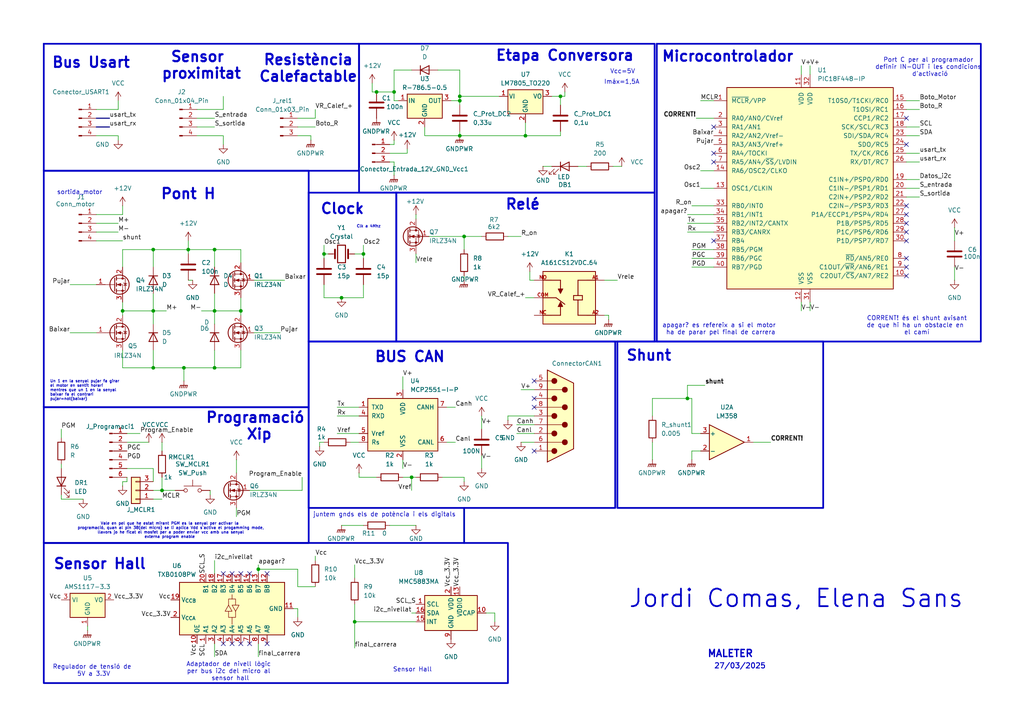
<source format=kicad_sch>
(kicad_sch (version 20250114) (generator "eeschema") (generator_version "9.0")
  (paper "A4")
  (title_block (title "Projecte_v1") (company "UB"))
  (lib_symbols
    (symbol "Amplifier_Operational:LM358" (pin_names (offset 0.127))
      (property "Reference" "U" (at 0 5.08 0))
      (property "Value" "LM358" (at 0 -5.08 0))
      (symbol "LM358_1_1"
        (pin input line (at -7.62 2.54 0) (length 2.54) (name "+") (number "3"))
        (pin input line (at -7.62 -2.54 0) (length 2.54) (name "-") (number "2"))
        (pin output line (at 7.62 0 180) (length 2.54) (name "~") (number "1"))
      )
      (symbol "LM358_2_1"
        (pin input line (at -7.62 2.54 0) (length 2.54) (name "+") (number "5"))
        (pin input line (at -7.62 -2.54 0) (length 2.54) (name "-") (number "6"))
        (pin output line (at 7.62 0 180) (length 2.54) (name "~") (number "7"))
      )
      (symbol "LM358_3_1"
        (pin power_in line (at -2.54 7.62 270) (length 3.81) (name "V+") (number "8"))
        (pin power_in line (at -2.54 -7.62 90) (length 3.81) (name "V-") (number "4"))
      )
    )
    (symbol "Connector:Conn_01x03_Pin" (pin_names (offset 1.016) (hide yes))
      (property "Reference" "J" (at 0 5.08 0))
      (property "Value" "Conn_01x03_Pin" (at 0 -5.08 0))
      (symbol "Conn_01x03_Pin_1_1"
        (pin passive line (at 5.08 2.54 180) (length 3.81) (name "Pin_1") (number "1"))
        (pin passive line (at 5.08 0 180) (length 3.81) (name "Pin_2") (number "2"))
        (pin passive line (at 5.08 -2.54 180) (length 3.81) (name "Pin_3") (number "3"))
      )
    )
    (symbol "Connector:Conn_01x04_Pin" (pin_names (offset 1.016) (hide yes))
      (property "Reference" "J" (at 0 5.08 0))
      (property "Value" "Conn_01x04_Pin" (at 0 -7.62 0))
      (symbol "Conn_01x04_Pin_1_1"
        (pin passive line (at 5.08 2.54 180) (length 3.81) (name "Pin_1") (number "1"))
        (pin passive line (at 5.08 0 180) (length 3.81) (name "Pin_2") (number "2"))
        (pin passive line (at 5.08 -2.54 180) (length 3.81) (name "Pin_3") (number "3"))
        (pin passive line (at 5.08 -5.08 180) (length 3.81) (name "Pin_4") (number "4"))
      )
    )
    (symbol "Connector:Conn_01x06_Pin" (pin_names (offset 1.016) (hide yes))
      (property "Reference" "J" (at 0 7.62 0))
      (property "Value" "Conn_01x06_Pin" (at 0 -10.16 0))
      (symbol "Conn_01x06_Pin_1_1"
        (pin passive line (at 5.08 5.08 180) (length 3.81) (name "Pin_1") (number "1"))
        (pin passive line (at 5.08 2.54 180) (length 3.81) (name "Pin_2") (number "2"))
        (pin passive line (at 5.08 0 180) (length 3.81) (name "Pin_3") (number "3"))
        (pin passive line (at 5.08 -2.54 180) (length 3.81) (name "Pin_4") (number "4"))
        (pin passive line (at 5.08 -5.08 180) (length 3.81) (name "Pin_5") (number "5"))
        (pin passive line (at 5.08 -7.62 180) (length 3.81) (name "Pin_6") (number "6"))
      )
    )
    (symbol "Connector:DE9_Pins" (pin_names (offset 1.016) (hide yes))
      (property "Reference" "J" (at 0 13.97 0))
      (property "Value" "DE9_Pins" (at 0 -14.605 0))
      (symbol "DE9_Pins_1_1"
        (pin passive line (at -7.62 10.16 0) (length 3.81) (name "5") (number "5"))
        (pin passive line (at -7.62 7.62 0) (length 3.81) (name "9") (number "9"))
        (pin passive line (at -7.62 5.08 0) (length 3.81) (name "4") (number "4"))
        (pin passive line (at -7.62 2.54 0) (length 3.81) (name "8") (number "8"))
        (pin passive line (at -7.62 0 0) (length 3.81) (name "3") (number "3"))
        (pin passive line (at -7.62 -2.54 0) (length 3.81) (name "7") (number "7"))
        (pin passive line (at -7.62 -5.08 0) (length 3.81) (name "2") (number "2"))
        (pin passive line (at -7.62 -7.62 0) (length 3.81) (name "6") (number "6"))
        (pin passive line (at -7.62 -10.16 0) (length 3.81) (name "1") (number "1"))
      )
    )
    (symbol "Connector_Generic:Conn_01x03" (pin_names (offset 1.016) (hide yes))
      (property "Reference" "J" (at 0 5.08 0))
      (property "Value" "Conn_01x03" (at 0 -5.08 0))
      (symbol "Conn_01x03_1_1"
        (pin passive line (at -5.08 2.54 0) (length 3.81) (name "Pin_1") (number "1"))
        (pin passive line (at -5.08 0 0) (length 3.81) (name "Pin_2") (number "2"))
        (pin passive line (at -5.08 -2.54 0) (length 3.81) (name "Pin_3") (number "3"))
      )
    )
    (symbol "Device:C" (pin_numbers (hide yes)) (pin_names (offset 0.254))
      (property "Reference" "C" (at 0.635 2.54 0))
      (property "Value" "C" (at 0.635 -2.54 0))
      (symbol "C_1_1"
        (pin passive line (at 0 3.81 270) (length 2.794) (name "~") (number "1"))
        (pin passive line (at 0 -3.81 90) (length 2.794) (name "~") (number "2"))
      )
    )
    (symbol "Device:Crystal" (pin_numbers (hide yes)) (pin_names (offset 1.016) (hide yes))
      (property "Reference" "Y" (at 0 3.81 0))
      (property "Value" "Crystal" (at 0 -3.81 0))
      (symbol "Crystal_1_1"
        (pin passive line (at -3.81 0 0) (length 1.27) (name "1") (number "1"))
        (pin passive line (at 3.81 0 180) (length 1.27) (name "2") (number "2"))
      )
    )
    (symbol "Device:D" (pin_numbers (hide yes)) (pin_names (offset 1.016) (hide yes))
      (property "Reference" "D" (at 0 2.54 0))
      (property "Value" "D" (at 0 -2.54 0))
      (symbol "D_1_1"
        (pin passive line (at -3.81 0 0) (length 2.54) (name "K") (number "1"))
        (pin passive line (at 3.81 0 180) (length 2.54) (name "A") (number "2"))
      )
    )
    (symbol "Device:LED" (pin_numbers (hide yes)) (pin_names (offset 1.016) (hide yes))
      (property "Reference" "D" (at 0 2.54 0))
      (property "Value" "LED" (at 0 -2.54 0))
      (symbol "LED_1_1"
        (pin passive line (at -3.81 0 0) (length 2.54) (name "K") (number "1"))
        (pin passive line (at 3.81 0 180) (length 2.54) (name "A") (number "2"))
      )
    )
    (symbol "Device:R" (pin_numbers (hide yes)) (pin_names (offset 0))
      (property "Reference" "R" (at 2.032 0 90))
      (property "Value" "R" (at 0 0 90))
      (symbol "R_1_1"
        (pin passive line (at 0 3.81 270) (length 1.27) (name "~") (number "1"))
        (pin passive line (at 0 -3.81 90) (length 1.27) (name "~") (number "2"))
      )
    )
    (symbol "IRLZ34N_1" (pin_names (hide yes))
      (property "Reference" "Q" (at 5.08 1.905 0))
      (property "Value" "IRLZ34N" (at 5.08 0 0))
      (symbol "IRLZ34N_1_1_1"
        (pin input line (at -5.08 0 0) (length 2.54) (name "G") (number "1"))
        (pin passive line (at 2.54 5.08 270) (length 2.54) (name "D") (number "2"))
        (pin passive line (at 2.54 -5.08 90) (length 2.54) (name "S") (number "3"))
      )
    )
    (symbol "Interface_CAN_LIN:MCP2551-I-P" (pin_names (offset 1.016))
      (property "Reference" "U4" (at 2.1433 12.7 0))
      (property "Value" "MCP2551-I-P" (at 2.1433 10.16 0))
      (symbol "MCP2551-I-P_1_1"
        (pin input line (at -12.7 5.08 0) (length 2.54) (name "TXD") (number "1"))
        (pin output line (at -12.7 2.54 0) (length 2.54) (name "RXD") (number "4"))
        (pin power_out line (at -12.7 -2.54 0) (length 2.54) (name "Vref") (number "5"))
        (pin input line (at -12.7 -5.08 0) (length 2.54) (name "Rs") (number "8"))
        (pin power_in line (at 0 10.16 270) (length 2.54) (name "VDD") (number "3"))
        (pin power_in line (at 0 -10.16 90) (length 2.54) (name "VSS") (number "2"))
        (pin bidirectional line (at 12.7 5.08 180) (length 2.54) (name "CANH") (number "7"))
        (pin bidirectional line (at 12.7 -5.08 180) (length 2.54) (name "CANL") (number "6"))
      )
    )
    (symbol "Logic_LevelTranslator:TXB0108PW"
      (property "Reference" "U" (at -6.35 16.51 0))
      (property "Value" "TXB0108PW" (at 3.81 16.51 0))
      (symbol "TXB0108PW_1_1"
        (pin input line (at -10.16 10.16 0) (length 2.54) (name "OE") (number "10"))
        (pin bidirectional line (at -10.16 7.62 0) (length 2.54) (name "A1") (number "1"))
        (pin bidirectional line (at -10.16 5.08 0) (length 2.54) (name "A2") (number "3"))
        (pin bidirectional line (at -10.16 2.54 0) (length 2.54) (name "A3") (number "4"))
        (pin bidirectional line (at -10.16 0 0) (length 2.54) (name "A4") (number "5"))
        (pin bidirectional line (at -10.16 -2.54 0) (length 2.54) (name "A5") (number "6"))
        (pin bidirectional line (at -10.16 -5.08 0) (length 2.54) (name "A6") (number "7"))
        (pin bidirectional line (at -10.16 -7.62 0) (length 2.54) (name "A7") (number "8"))
        (pin bidirectional line (at -10.16 -10.16 0) (length 2.54) (name "A8") (number "9"))
        (pin power_in line (at -2.54 17.78 270) (length 2.54) (name "V_{CCA}") (number "2"))
        (pin power_in line (at 0 -17.78 90) (length 2.54) (name "GND") (number "11"))
        (pin power_in line (at 2.54 17.78 270) (length 2.54) (name "V_{CCB}") (number "19"))
        (pin bidirectional line (at 10.16 7.62 180) (length 2.54) (name "B1") (number "20"))
        (pin bidirectional line (at 10.16 5.08 180) (length 2.54) (name "B2") (number "18"))
        (pin bidirectional line (at 10.16 2.54 180) (length 2.54) (name "B3") (number "17"))
        (pin bidirectional line (at 10.16 0 180) (length 2.54) (name "B4") (number "16"))
        (pin bidirectional line (at 10.16 -2.54 180) (length 2.54) (name "B5") (number "15"))
        (pin bidirectional line (at 10.16 -5.08 180) (length 2.54) (name "B6") (number "14"))
        (pin bidirectional line (at 10.16 -7.62 180) (length 2.54) (name "B7") (number "13"))
        (pin bidirectional line (at 10.16 -10.16 180) (length 2.54) (name "B8") (number "12"))
      )
    )
    (symbol "MCU_Microchip_PIC18:PIC18F448-IP" (pin_names (offset 1.27))
      (property "Reference" "U" (at -22.86 30.48 0))
      (property "Value" "PIC18F448-IP" (at 15.24 -30.48 0))
      (symbol "PIC18F448-IP_1_1"
        (pin input line (at -27.94 25.4 0) (length 3.81) (name "~{MCLR}/VPP") (number "1"))
        (pin bidirectional line (at -27.94 20.32 0) (length 3.81) (name "RA0/AN0/CVref") (number "2"))
        (pin bidirectional line (at -27.94 17.78 0) (length 3.81) (name "RA1/AN1") (number "3"))
        (pin bidirectional line (at -27.94 15.24 0) (length 3.81) (name "RA2/AN2/Vref-") (number "4"))
        (pin bidirectional line (at -27.94 12.7 0) (length 3.81) (name "RA3/AN3/Vref+") (number "5"))
        (pin bidirectional line (at -27.94 10.16 0) (length 3.81) (name "RA4/TOCKI") (number "6"))
        (pin bidirectional line (at -27.94 7.62 0) (length 3.81) (name "RA5/AN4/~{SS}/LVDIN") (number "7"))
        (pin output line (at -27.94 5.08 0) (length 3.81) (name "RA6/OSC2/CLKO") (number "14"))
        (pin input line (at -27.94 0 0) (length 3.81) (name "OSC1/CLKIN") (number "13"))
        (pin bidirectional line (at -27.94 -5.08 0) (length 3.81) (name "RB0/INT0") (number "33"))
        (pin bidirectional line (at -27.94 -7.62 0) (length 3.81) (name "RB1/INT1") (number "34"))
        (pin bidirectional line (at -27.94 -10.16 0) (length 3.81) (name "RB2/INT2/CANTX") (number "35"))
        (pin bidirectional line (at -27.94 -12.7 0) (length 3.81) (name "RB3/CANRX") (number "36"))
        (pin bidirectional line (at -27.94 -15.24 0) (length 3.81) (name "RB4") (number "37"))
        (pin bidirectional line (at -27.94 -17.78 0) (length 3.81) (name "RB5/PGM") (number "38"))
        (pin bidirectional line (at -27.94 -20.32 0) (length 3.81) (name "RB6/PGC") (number "39"))
        (pin bidirectional line (at -27.94 -22.86 0) (length 3.81) (name "RB7/PGD") (number "40"))
        (pin power_in line (at -2.54 33.02 270) (length 3.81) (name "VDD") (number "11"))
        (pin power_in line (at -2.54 -33.02 90) (length 3.81) (name "VSS") (number "12"))
        (pin power_in line (at 0 33.02 270) (length 3.81) (name "VDD") (number "32"))
        (pin power_in line (at 0 -33.02 90) (length 3.81) (name "VSS") (number "31"))
        (pin bidirectional line (at 27.94 25.4 180) (length 3.81) (name "T10S0/T1CKI/RC0") (number "15"))
        (pin bidirectional line (at 27.94 22.86 180) (length 3.81) (name "T1OSI/RC1") (number "16"))
        (pin bidirectional line (at 27.94 20.32 180) (length 3.81) (name "CCP1/RC2") (number "17"))
        (pin bidirectional line (at 27.94 17.78 180) (length 3.81) (name "SCK/SCL/RC3") (number "18"))
        (pin bidirectional line (at 27.94 15.24 180) (length 3.81) (name "SDI/SDA/RC4") (number "23"))
        (pin bidirectional line (at 27.94 12.7 180) (length 3.81) (name "SDO/RC5") (number "24"))
        (pin bidirectional line (at 27.94 10.16 180) (length 3.81) (name "TX/CK/RC6") (number "25"))
        (pin bidirectional line (at 27.94 7.62 180) (length 3.81) (name "RX/DT/RC7") (number "26"))
        (pin bidirectional line (at 27.94 2.54 180) (length 3.81) (name "C1IN+/PSP0/RD0") (number "19"))
        (pin bidirectional line (at 27.94 0 180) (length 3.81) (name "C1IN-/PSP1/RD1") (number "20"))
        (pin bidirectional line (at 27.94 -2.54 180) (length 3.81) (name "C2IN+/PSP2/RD2") (number "21"))
        (pin bidirectional line (at 27.94 -5.08 180) (length 3.81) (name "C2IN-/PSP3/RD3") (number "22"))
        (pin bidirectional line (at 27.94 -7.62 180) (length 3.81) (name "P1A/ECCP1/PSP4/RD4") (number "27"))
        (pin bidirectional line (at 27.94 -10.16 180) (length 3.81) (name "P1B/PSP5/RD5") (number "28"))
        (pin bidirectional line (at 27.94 -12.7 180) (length 3.81) (name "P1C/PSP6/RD6") (number "29"))
        (pin bidirectional line (at 27.94 -15.24 180) (length 3.81) (name "P1D/PSP7/RD7") (number "30"))
        (pin bidirectional line (at 27.94 -20.32 180) (length 3.81) (name "~{RD}/AN5/RE0") (number "8"))
        (pin bidirectional line (at 27.94 -22.86 180) (length 3.81) (name "C1OUT/~{WR}/AN6/RE1") (number "9"))
        (pin bidirectional line (at 27.94 -25.4 180) (length 3.81) (name "C2OUT/~{CS}/AN7/RE2") (number "10"))
      )
    )
    (symbol "Regulator_Linear:AMS1117-3.3"
      (property "Reference" "U" (at -3.81 3.175 0))
      (property "Value" "AMS1117-3.3" (at 0 3.175 0))
      (symbol "AMS1117-3.3_1_1"
        (pin power_in line (at -7.62 0 0) (length 2.54) (name "VI") (number "3"))
        (pin power_in line (at 0 -7.62 90) (length 2.54) (name "GND") (number "1"))
        (pin power_out line (at 7.62 0 180) (length 2.54) (name "VO") (number "2"))
      )
    )
    (symbol "Regulator_Linear:LM7805_TO220" (pin_names (offset 0.254))
      (property "Reference" "U" (at -3.81 3.175 0))
      (property "Value" "LM7805_TO220" (at 0 3.175 0))
      (symbol "LM7805_TO220_1_1"
        (pin power_in line (at -7.62 0 0) (length 2.54) (name "VI") (number "1"))
        (pin power_in line (at 0 -7.62 90) (length 2.54) (name "GND") (number "2"))
        (pin power_out line (at 7.62 0 180) (length 2.54) (name "VO") (number "3"))
      )
    )
    (symbol "Regulator_Switching:R-786.5-0.5" (pin_names (offset 0.254))
      (property "Reference" "U" (at -3.81 3.175 0))
      (property "Value" "R-786.5-0.5" (at 0 3.175 0))
      (symbol "R-786.5-0.5_1_1"
        (pin power_in line (at -7.62 0 0) (length 2.54) (name "IN") (number "1"))
        (pin power_in line (at 0 -7.62 90) (length 2.54) (name "GND") (number "2"))
        (pin power_out line (at 7.62 0 180) (length 2.54) (name "OUT") (number "3"))
      )
    )
    (symbol "Sensor_Magnetic:MMC5883MA"
      (property "Reference" "U" (at -7.62 7.62 0))
      (property "Value" "MMC5883MA" (at 5.08 7.62 0))
      (symbol "MMC5883MA_1_1"
        (pin input line (at -10.16 2.54 0) (length 2.54) (name "SCL") (number "1"))
        (pin bidirectional line (at -10.16 0 0) (length 2.54) (name "SDA") (number "16"))
        (pin output line (at -10.16 -2.54 0) (length 2.54) (name "INT") (number "15"))
        (pin no_connect line (at -5.08 -5.08 90) (length 2.54) (hide yes) (name "NC") (number "7"))
        (pin no_connect line (at -2.54 -5.08 90) (length 2.54) (hide yes) (name "NC") (number "14"))
        (pin power_in line (at 0 7.62 270) (length 2.54) (name "VDD") (number "2"))
        (pin passive line (at 0 -7.62 90) (length 2.54) (hide yes) (name "GND") (number "11"))
        (pin power_in line (at 0 -7.62 90) (length 2.54) (name "GND") (number "9"))
        (pin power_in line (at 2.54 7.62 270) (length 2.54) (name "VDDIO") (number "13"))
        (pin no_connect line (at 2.54 -5.08 90) (length 2.54) (hide yes) (name "NC") (number "8"))
        (pin no_connect line (at 5.08 -5.08 90) (length 2.54) (hide yes) (name "NC") (number "12"))
        (pin no_connect line (at 7.62 5.08 180) (length 2.54) (hide yes) (name "NC") (number "5"))
        (pin no_connect line (at 7.62 2.54 180) (length 2.54) (hide yes) (name "NC") (number "4"))
        (pin no_connect line (at 7.62 -2.54 180) (length 2.54) (hide yes) (name "NC") (number "6"))
        (pin no_connect line (at 7.62 -5.08 180) (length 2.54) (hide yes) (name "NC") (number "3"))
        (pin passive line (at 10.16 0 180) (length 2.54) (name "CAP") (number "10"))
      )
    )
    (symbol "Switch:SW_Push" (pin_numbers (hide yes)) (pin_names (offset 1.016) (hide yes))
      (property "Reference" "SW" (at 1.27 2.54 0))
      (property "Value" "SW_Push" (at 0 -1.524 0))
      (symbol "SW_Push_0_1"
        (pin passive line (at -5.08 0 0) (length 2.54) (name "1") (number "1"))
        (pin passive line (at 5.08 0 180) (length 2.54) (name "2") (number "2"))
      )
    )
    (symbol "Transistor_FET:IRLZ34N" (pin_names (hide yes))
      (property "Reference" "Q1" (at 6.35 1.2701 0))
      (property "Value" "IRLZ34N" (at 6.35 -1.2699 0))
      (symbol "IRLZ34N_1_1"
        (pin passive line (at 2.54 5.08 270) (length 2.54) (name "D") (number "2"))
        (pin passive line (at 2.54 -5.08 90) (length 2.54) (name "S") (number "3"))
        (pin input line (at 6.35 0 180) (length 2.54) (name "G") (number "1"))
      )
    )
    (symbol "Usuari:A161CS12VDC.64" (pin_names (offset 1.016))
      (property "Reference" "K" (at -7.62 8.89 0))
      (property "Value" "A161CS12VDC.64" (at -7.62 -10.16 0))
      (symbol "A161CS12VDC.64_0_0"
        (pin passive line (at -10.16 5.08 0) (length 5.08) (name "~") (number "A2"))
        (pin passive line (at -10.16 -5.08 0) (length 5.08) (name "~") (number "A1"))
        (pin passive line (at 10.16 5.08 180) (length 5.08) (name "~") (number "NC"))
        (pin passive line (at 10.16 0 180) (length 5.08) (name "~") (number "COM"))
        (pin passive line (at 10.16 -5.08 180) (length 5.08) (name "~") (number "NO"))
      )
    )
    (symbol "power:+12V" (power) (pin_numbers (hide yes)) (pin_names (offset 0) (hide yes))
      (property "Value" "+12V" (at 0 3.556 0))
      (symbol "+12V_1_1"
        (pin power_in line (at 0 0 90) (length 0) (name "~") (number "1"))
      )
    )
    (symbol "power:GND" (power) (pin_numbers (hide yes)) (pin_names (offset 0) (hide yes))
      (property "Value" "GND" (at 0 -3.81 0))
      (symbol "GND_1_1"
        (pin power_in line (at 0 0 270) (length 0) (name "~") (number "1"))
      )
    )
    (symbol "power:GNDPWR" (power) (pin_numbers (hide yes)) (pin_names (offset 0) (hide yes))
      (property "Value" "GNDPWR" (at 0 -3.302 0))
      (symbol "GNDPWR_1_1"
        (pin power_in line (at 0 0 270) (length 0) (name "~") (number "1"))
      )
    )
    (symbol "power:VCC" (power) (pin_numbers (hide yes)) (pin_names (offset 0) (hide yes))
      (property "Value" "VCC" (at 0 3.556 0))
      (symbol "VCC_1_1"
        (pin power_in line (at 0 0 90) (length 0) (name "~") (number "1"))
      )
    )
  )
  (rectangle (start 12.7 49.53) (end 89.535 118.11) (stroke (width 0.5)))
  (rectangle (start 179.07 99.06) (end 238.76 147.32) (stroke (width 0.5)))
  (rectangle (start 89.535 99.06) (end 178.435 147.32) (stroke (width 0.5)))
  (rectangle (start 12.7 12.7) (end 104.14 49.53) (stroke (width 0.5)))
  (rectangle (start 104.14 12.7) (end 189.865 55.88) (stroke (width 0.5)))
  (rectangle (start 190.5 12.7) (end 284.48 99.06) (stroke (width 0.5)))
  (rectangle (start 89.535 55.88) (end 114.935 99.06) (stroke (width 0.5)))
  (rectangle (start 12.7 118.11) (end 89.535 157.48) (stroke (width 0.5)))
  (rectangle (start 12.7 157.48) (end 147.32 198.12) (stroke (width 0.5)))
  (rectangle (start 114.935 55.88) (end 189.865 99.06) (stroke (width 0.5)))
  (text "Sensor \nproximitat\n" (at 58.42 19.05 0) (effects (font (size 3 3) (thickness 0.6) (bold yes))))
  (text "Un 1 en la senyal pujar fa girar \nel motor en sentit horari\nmentres que un 1 en la senyal \nbaixar fa el contrari \npujar=not(baixar)" (at 14.478 113.284 0) (effects (font (size 0.8 0.8)) (justify left)))
  (text "Imáx=1,5A\n" (at 180.34 23.876 0) (effects (font (size 1.27 1.27))))
  (text "apagar? es refereix a si el motor \nha de parar pel final de carrera\n" (at 209.042 95.504 0) (effects (font (size 1.27 1.27))))
  (text "Port C per al programador \ndefinir IN-OUT i les condicions \nd'activació\n" (at 269.748 19.558 0) (effects (font (size 1.27 1.27))))
  (text "Microcontrolador\n" (at 211.074 16.51 0) (effects (font (size 3 3) (thickness 0.6) (bold yes))))
  (text "sortida_motor\n" (at 23.114 55.88 0) (effects (font (size 1.27 1.27))))
  (text "MALETER" (at 211.836 189.738 0) (effects (font (size 2.032 2.032) (thickness 0.4064) (bold yes))))
  (text "Relé\n" (at 151.638 59.436 0) (effects (font (size 3 3) (thickness 0.6) (bold yes))))
  (text "Bus Usart\n" (at 26.416 18.288 0) (effects (font (size 3 3) (thickness 0.6) (bold yes))))
  (text "Sensor Hall\n\n" (at 28.956 166.116 0) (effects (font (size 3 3) (thickness 0.6) (bold yes))))
  (text "juntem gnds els de potència i els digitals\n" (at 111.506 149.352 0) (effects (font (size 1.27 1.27))))
  (text "Regulador de tensió de \n5V a 3.3V" (at 27.178 194.564 0) (effects (font (size 1.27 1.27))))
  (text "Programació \nXip\n" (at 75.184 123.698 0) (effects (font (size 3 3) (thickness 0.6) (bold yes))))
  (text "BUS CAN\n" (at 118.872 103.632 0) (effects (font (size 3 3) (thickness 0.6) (bold yes))))
  (text "Adaptador de nivell lògic \nper bus i2c del micro al \nsensor hall\n" (at 66.802 194.818 0) (effects (font (size 1.27 1.27))))
  (text "CORRENT! és el shunt avisant\nde que hi ha un obstacle en \nel camí" (at 265.938 94.488 0) (effects (font (size 1.27 1.27))))
  (text "Pont H\n" (at 54.61 56.388 0) (effects (font (size 3 3) (thickness 0.6) (bold yes))))
  (text "Jordi Comas, Elena Sans\n" (at 230.886 173.736 0) (effects (font (size 5.08 5.08) (thickness 0.508) (bold yes))))
  (text "Vcc=5V" (at 180.594 20.828 0) (effects (font (size 1.27 1.27))))
  (text "Etapa Conversora\n" (at 163.83 16.256 0) (effects (font (size 3 3) (thickness 0.6) (bold yes))))
  (text "Clock\n" (at 99.314 60.706 0) (effects (font (size 3 3) (thickness 0.6) (bold yes))))
  (text "Clk a 4Mhz\n" (at 106.934 65.786 0) (effects (font (size 0.8 0.8))))
  (text "Resistència\nCalefactable\n\n" (at 89.408 22.352 0) (effects (font (size 3 3) (thickness 0.6) (bold yes))))
  (text "Vale en pel que he estat mirant PGM es la senyal per activar la \nprogramació, quan al pin 38(del micro) se li aplica Vdd s'activa el progamming mode,\nllavors jo he ficat el mosfet per a poder enviar vcc amb una senyal\nexterna program enable \n" (at 49.53 153.924 0) (effects (font (size 0.8 0.8))))
  (text "Sensor Hall\n" (at 119.634 194.31 0) (effects (font (size 1.27 1.27))))
  (text "27/03/2025" (at 214.63 193.294 0) (effects (font (size 1.524 1.524) (thickness 0.254) (bold yes))))
  (text "Shunt\n\n" (at 188.214 105.664 0) (effects (font (size 3 3) (thickness 0.6) (bold yes))))
  (junction (at 44.45 90.17))
  (junction (at 109.22 26.67))
  (junction (at 199.39 115.57))
  (junction (at 114.3 26.67))
  (junction (at 99.06 86.36))
  (junction (at 35.56 90.17))
  (junction (at 102.87 180.34))
  (junction (at 134.62 68.58))
  (junction (at 133.35 29.21))
  (junction (at 62.23 90.17))
  (junction (at 44.45 106.68))
  (junction (at 69.85 90.17))
  (junction (at 162.56 27.94))
  (junction (at 105.41 73.66))
  (junction (at 119.38 138.43))
  (junction (at 74.93 165.1))
  (junction (at 152.4 39.37))
  (junction (at 62.23 72.39))
  (junction (at 53.34 106.68))
  (junction (at 54.61 72.39))
  (junction (at 46.99 142.24))
  (junction (at 133.35 27.94))
  (junction (at 133.35 39.37))
  (junction (at 44.45 72.39))
  (junction (at 62.23 106.68))
  (junction (at 93.98 73.66))
  (no_connect (at 69.85 166.37))
  (no_connect (at 262.89 34.29))
  (no_connect (at 207.01 36.83))
  (no_connect (at 77.47 166.37))
  (no_connect (at 207.01 46.99))
  (no_connect (at 262.89 59.69))
  (no_connect (at 262.89 74.93))
  (no_connect (at 64.77 166.37))
  (no_connect (at 262.89 69.85))
  (no_connect (at 77.47 186.69))
  (no_connect (at 262.89 41.91))
  (no_connect (at 154.94 115.57))
  (no_connect (at 67.31 186.69))
  (no_connect (at 64.77 186.69))
  (no_connect (at 262.89 80.01))
  (no_connect (at 72.39 186.69))
  (no_connect (at 262.89 64.77))
  (no_connect (at 154.94 130.81))
  (no_connect (at 72.39 166.37))
  (no_connect (at 262.89 62.23))
  (no_connect (at 69.85 186.69))
  (no_connect (at 262.89 77.47))
  (no_connect (at 154.94 110.49))
  (no_connect (at 262.89 67.31))
  (no_connect (at 154.94 118.11))
  (no_connect (at 207.01 69.85))
  (no_connect (at 207.01 44.45))
  (no_connect (at 67.31 166.37))
  (wire (pts (xy 200.66 77.47) (xy 207.01 77.47)))
  (wire (pts (xy 46.99 128.27) (xy 46.99 130.81)))
  (wire (pts (xy 116.84 138.43) (xy 119.38 138.43)))
  (wire (pts (xy 232.41 19.05) (xy 232.41 21.59)))
  (wire (pts (xy 199.39 64.77) (xy 207.01 64.77)))
  (wire (pts (xy 86.36 176.53) (xy 86.36 179.07)))
  (wire (pts (xy 86.36 36.83) (xy 91.44 36.83)))
  (wire (pts (xy 128.27 138.43) (xy 134.62 138.43)))
  (wire (pts (xy 44.45 101.6) (xy 44.45 106.68)))
  (wire (pts (xy 74.93 165.1) (xy 74.93 166.37)))
  (wire (pts (xy 147.32 120.65) (xy 147.32 121.92)))
  (wire (pts (xy 149.86 125.73) (xy 154.94 125.73)))
  (wire (pts (xy 62.23 90.17) (xy 62.23 93.98)))
  (wire (pts (xy 139.7 132.08) (xy 139.7 135.89)))
  (wire (pts (xy 97.79 118.11) (xy 104.14 118.11)))
  (wire (pts (xy 203.2 54.61) (xy 207.01 54.61)))
  (wire (pts (xy 175.26 81.28) (xy 179.07 81.28)))
  (wire (pts (xy 95.25 73.66) (xy 93.98 73.66)))
  (wire (pts (xy 262.89 52.07) (xy 266.7 52.07)))
  (wire (pts (xy 90.17 39.37) (xy 90.17 40.64)))
  (wire (pts (xy 102.87 180.34) (xy 102.87 187.96)))
  (wire (pts (xy 17.78 124.46) (xy 17.78 127)))
  (wire (pts (xy 262.89 44.45) (xy 266.7 44.45)))
  (wire (pts (xy 200.66 74.93) (xy 207.01 74.93)))
  (wire (pts (xy 93.98 71.12) (xy 93.98 73.66)))
  (wire (pts (xy 62.23 72.39) (xy 62.23 77.47)))
  (wire (pts (xy 62.23 106.68) (xy 69.85 106.68)))
  (wire (pts (xy 203.2 130.81) (xy 200.66 130.81)))
  (wire (pts (xy 152.4 35.56) (xy 152.4 39.37)))
  (wire (pts (xy 20.32 82.55) (xy 27.94 82.55)))
  (wire (pts (xy 232.41 87.63) (xy 232.41 90.17)))
  (wire (pts (xy 276.86 77.47) (xy 276.86 81.28)))
  (wire (pts (xy 27.94 62.23) (xy 35.56 62.23)))
  (wire (pts (xy 114.3 20.32) (xy 114.3 26.67)))
  (wire (pts (xy 86.36 165.1) (xy 86.36 170.18)))
  (wire (pts (xy 200.66 72.39) (xy 207.01 72.39)))
  (wire (pts (xy 87.63 138.43) (xy 87.63 142.24)))
  (wire (pts (xy 62.23 72.39) (xy 69.85 72.39)))
  (wire (pts (xy 105.41 82.55) (xy 105.41 86.36)))
  (wire (pts (xy 176.53 91.44) (xy 176.53 92.71)))
  (wire (pts (xy 36.83 139.7) (xy 35.56 139.7)))
  (wire (pts (xy 114.3 26.67) (xy 109.22 26.67)))
  (wire (pts (xy 153.67 78.74) (xy 153.67 81.28)))
  (wire (pts (xy 36.83 138.43) (xy 36.83 139.7)))
  (wire (pts (xy 199.39 115.57) (xy 200.66 115.57)))
  (wire (pts (xy 68.58 147.32) (xy 68.58 149.86)))
  (wire (pts (xy 189.23 115.57) (xy 189.23 120.65)))
  (wire (pts (xy 157.48 48.26) (xy 160.02 48.26)))
  (wire (pts (xy 262.89 46.99) (xy 266.7 46.99)))
  (wire (pts (xy 69.85 86.36) (xy 69.85 90.17)))
  (wire (pts (xy 133.35 29.21) (xy 133.35 30.48)))
  (wire (pts (xy 44.45 106.68) (xy 53.34 106.68)))
  (wire (pts (xy 262.89 36.83) (xy 266.7 36.83)))
  (wire (pts (xy 189.23 115.57) (xy 199.39 115.57)))
  (wire (pts (xy 99.06 152.4) (xy 105.41 152.4)))
  (wire (pts (xy 69.85 72.39) (xy 69.85 76.2)))
  (wire (pts (xy 46.99 144.78) (xy 44.45 144.78)))
  (wire (pts (xy 133.35 27.94) (xy 144.78 27.94)))
  (wire (pts (xy 17.78 144.78) (xy 24.13 144.78)))
  (wire (pts (xy 34.29 39.37) (xy 34.29 40.64)))
  (wire (pts (xy 25.4 181.61) (xy 25.4 182.88)))
  (bus (pts (xy 27.94 36.83) (xy 31.75 36.83)))
  (wire (pts (xy 54.61 69.85) (xy 54.61 72.39)))
  (wire (pts (xy 54.61 73.66) (xy 54.61 72.39)))
  (wire (pts (xy 104.14 137.16) (xy 104.14 138.43)))
  (wire (pts (xy 73.66 96.52) (xy 81.28 96.52)))
  (wire (pts (xy 86.36 34.29) (xy 91.44 34.29)))
  (wire (pts (xy 234.95 87.63) (xy 234.95 90.17)))
  (wire (pts (xy 44.45 90.17) (xy 48.26 90.17)))
  (wire (pts (xy 113.03 44.45) (xy 118.11 44.45)))
  (wire (pts (xy 154.94 120.65) (xy 147.32 120.65)))
  (wire (pts (xy 46.99 142.24) (xy 50.8 142.24)))
  (wire (pts (xy 162.56 27.94) (xy 162.56 30.48)))
  (wire (pts (xy 27.94 64.77) (xy 34.29 64.77)))
  (wire (pts (xy 53.34 106.68) (xy 62.23 106.68)))
  (wire (pts (xy 102.87 180.34) (xy 120.65 180.34)))
  (wire (pts (xy 139.7 120.65) (xy 139.7 124.46)))
  (wire (pts (xy 36.83 128.27) (xy 43.18 128.27)))
  (wire (pts (xy 203.2 49.53) (xy 207.01 49.53)))
  (wire (pts (xy 93.98 73.66) (xy 93.98 74.93)))
  (wire (pts (xy 123.19 39.37) (xy 133.35 39.37)))
  (wire (pts (xy 199.39 67.31) (xy 207.01 67.31)))
  (wire (pts (xy 134.62 138.43) (xy 134.62 139.7)))
  (wire (pts (xy 175.26 91.44) (xy 176.53 91.44)))
  (wire (pts (xy 203.2 29.21) (xy 207.01 29.21)))
  (wire (pts (xy 199.39 115.57) (xy 199.39 111.76)))
  (wire (pts (xy 147.32 68.58) (xy 151.13 68.58)))
  (wire (pts (xy 276.86 66.04) (xy 276.86 69.85)))
  (bus (pts (xy 27.94 34.29) (xy 31.75 34.29)))
  (wire (pts (xy 62.23 85.09) (xy 62.23 90.17)))
  (wire (pts (xy 167.64 48.26) (xy 170.18 48.26)))
  (wire (pts (xy 27.94 39.37) (xy 34.29 39.37)))
  (wire (pts (xy 35.56 90.17) (xy 44.45 90.17)))
  (wire (pts (xy 36.83 125.73) (xy 40.64 125.73)))
  (wire (pts (xy 119.38 177.8) (xy 120.65 177.8)))
  (wire (pts (xy 74.93 186.69) (xy 74.93 190.5)))
  (wire (pts (xy 68.58 133.35) (xy 68.58 137.16)))
  (wire (pts (xy 129.54 128.27) (xy 132.08 128.27)))
  (wire (pts (xy 62.23 162.56) (xy 62.23 166.37)))
  (wire (pts (xy 129.54 118.11) (xy 132.08 118.11)))
  (wire (pts (xy 262.89 31.75) (xy 266.7 31.75)))
  (wire (pts (xy 57.15 34.29) (xy 62.23 34.29)))
  (wire (pts (xy 74.93 163.83) (xy 74.93 165.1)))
  (wire (pts (xy 35.56 139.7) (xy 35.56 140.97)))
  (wire (pts (xy 69.85 90.17) (xy 69.85 91.44)))
  (wire (pts (xy 64.77 39.37) (xy 64.77 41.91)))
  (wire (pts (xy 97.79 125.73) (xy 104.14 125.73)))
  (wire (pts (xy 44.45 72.39) (xy 54.61 72.39)))
  (wire (pts (xy 99.06 86.36) (xy 93.98 86.36)))
  (wire (pts (xy 35.56 101.6) (xy 35.56 106.68)))
  (wire (pts (xy 73.66 81.28) (xy 82.55 81.28)))
  (wire (pts (xy 149.86 123.19) (xy 154.94 123.19)))
  (wire (pts (xy 134.62 80.01) (xy 134.62 81.28)))
  (wire (pts (xy 105.41 73.66) (xy 105.41 74.93)))
  (wire (pts (xy 152.4 86.36) (xy 154.94 86.36)))
  (wire (pts (xy 44.45 90.17) (xy 44.45 93.98)))
  (wire (pts (xy 86.36 170.18) (xy 91.44 170.18)))
  (wire (pts (xy 114.3 46.99) (xy 114.3 50.8)))
  (wire (pts (xy 44.45 72.39) (xy 44.45 77.47)))
  (wire (pts (xy 93.98 128.27) (xy 92.71 128.27)))
  (wire (pts (xy 113.03 152.4) (xy 120.65 152.4)))
  (wire (pts (xy 27.94 67.31) (xy 34.29 67.31)))
  (wire (pts (xy 124.46 68.58) (xy 134.62 68.58)))
  (wire (pts (xy 102.87 163.83) (xy 102.87 167.64)))
  (wire (pts (xy 262.89 29.21) (xy 266.7 29.21)))
  (wire (pts (xy 162.56 39.37) (xy 152.4 39.37)))
  (wire (pts (xy 34.29 29.21) (xy 34.29 31.75)))
  (wire (pts (xy 91.44 161.29) (xy 91.44 162.56)))
  (wire (pts (xy 102.87 73.66) (xy 105.41 73.66)))
  (wire (pts (xy 163.83 26.67) (xy 163.83 27.94)))
  (wire (pts (xy 200.66 130.81) (xy 200.66 133.35)))
  (wire (pts (xy 201.93 34.29) (xy 207.01 34.29)))
  (wire (pts (xy 118.11 43.18) (xy 118.11 44.45)))
  (wire (pts (xy 69.85 106.68) (xy 69.85 101.6)))
  (wire (pts (xy 116.84 133.35) (xy 116.84 135.89)))
  (wire (pts (xy 180.34 48.26) (xy 177.8 48.26)))
  (wire (pts (xy 27.94 69.85) (xy 35.56 69.85)))
  (wire (pts (xy 151.13 128.27) (xy 154.94 128.27)))
  (wire (pts (xy 218.44 128.27) (xy 223.52 128.27)))
  (wire (pts (xy 119.38 142.24) (xy 119.38 138.43)))
  (wire (pts (xy 143.51 177.8) (xy 143.51 180.34)))
  (wire (pts (xy 162.56 38.1) (xy 162.56 39.37)))
  (wire (pts (xy 105.41 71.12) (xy 105.41 73.66)))
  (wire (pts (xy 119.38 138.43) (xy 120.65 138.43)))
  (wire (pts (xy 113.03 46.99) (xy 114.3 46.99)))
  (wire (pts (xy 35.56 59.69) (xy 35.56 62.23)))
  (wire (pts (xy 113.03 41.91) (xy 114.3 41.91)))
  (wire (pts (xy 97.79 120.65) (xy 104.14 120.65)))
  (wire (pts (xy 46.99 138.43) (xy 46.99 142.24)))
  (wire (pts (xy 133.35 29.21) (xy 130.81 29.21)))
  (wire (pts (xy 58.42 90.17) (xy 62.23 90.17)))
  (wire (pts (xy 35.56 106.68) (xy 44.45 106.68)))
  (wire (pts (xy 162.56 27.94) (xy 163.83 27.94)))
  (wire (pts (xy 133.35 39.37) (xy 152.4 39.37)))
  (wire (pts (xy 140.97 177.8) (xy 143.51 177.8)))
  (wire (pts (xy 35.56 72.39) (xy 44.45 72.39)))
  (wire (pts (xy 234.95 19.05) (xy 234.95 21.59)))
  (wire (pts (xy 114.3 26.67) (xy 114.3 29.21)))
  (wire (pts (xy 262.89 39.37) (xy 266.7 39.37)))
  (wire (pts (xy 200.66 125.73) (xy 200.66 115.57)))
  (wire (pts (xy 114.3 41.91) (xy 114.3 40.64)))
  (wire (pts (xy 35.56 87.63) (xy 35.56 90.17)))
  (wire (pts (xy 57.15 36.83) (xy 62.23 36.83)))
  (wire (pts (xy 133.35 27.94) (xy 133.35 29.21)))
  (wire (pts (xy 62.23 90.17) (xy 69.85 90.17)))
  (wire (pts (xy 115.57 29.21) (xy 114.3 29.21)))
  (wire (pts (xy 35.56 90.17) (xy 35.56 91.44)))
  (wire (pts (xy 120.65 62.23) (xy 120.65 63.5)))
  (wire (pts (xy 85.09 176.53) (xy 86.36 176.53)))
  (wire (pts (xy 262.89 54.61) (xy 266.7 54.61)))
  (wire (pts (xy 74.93 165.1) (xy 86.36 165.1)))
  (wire (pts (xy 134.62 68.58) (xy 139.7 68.58)))
  (wire (pts (xy 101.6 128.27) (xy 104.14 128.27)))
  (wire (pts (xy 154.94 81.28) (xy 153.67 81.28)))
  (wire (pts (xy 200.66 59.69) (xy 207.01 59.69)))
  (wire (pts (xy 17.78 134.62) (xy 17.78 135.89)))
  (wire (pts (xy 92.71 128.27) (xy 92.71 129.54)))
  (wire (pts (xy 53.34 106.68) (xy 53.34 110.49)))
  (wire (pts (xy 20.32 96.52) (xy 27.94 96.52)))
  (wire (pts (xy 17.78 143.51) (xy 17.78 144.78)))
  (wire (pts (xy 119.38 20.32) (xy 114.3 20.32)))
  (wire (pts (xy 60.96 142.24) (xy 60.96 143.51)))
  (wire (pts (xy 44.45 85.09) (xy 44.45 90.17)))
  (wire (pts (xy 134.62 68.58) (xy 134.62 72.39)))
  (wire (pts (xy 35.56 77.47) (xy 35.56 72.39)))
  (wire (pts (xy 105.41 86.36) (xy 99.06 86.36)))
  (wire (pts (xy 127 20.32) (xy 133.35 20.32)))
  (wire (pts (xy 36.83 135.89) (xy 44.45 135.89)))
  (wire (pts (xy 107.95 24.13) (xy 107.95 26.67)))
  (wire (pts (xy 116.84 109.22) (xy 116.84 113.03)))
  (wire (pts (xy 44.45 135.89) (xy 44.45 139.7)))
  (wire (pts (xy 160.02 27.94) (xy 162.56 27.94)))
  (wire (pts (xy 189.23 128.27) (xy 189.23 133.35)))
  (wire (pts (xy 54.61 72.39) (xy 62.23 72.39)))
  (wire (pts (xy 199.39 111.76) (xy 204.47 111.76)))
  (wire (pts (xy 72.39 142.24) (xy 87.63 142.24)))
  (wire (pts (xy 133.35 38.1) (xy 133.35 39.37)))
  (wire (pts (xy 54.61 81.28) (xy 55.88 81.28)))
  (wire (pts (xy 91.44 31.75) (xy 91.44 34.29)))
  (wire (pts (xy 93.98 82.55) (xy 93.98 86.36)))
  (wire (pts (xy 64.77 27.94) (xy 64.77 31.75)))
  (wire (pts (xy 62.23 101.6) (xy 62.23 106.68)))
  (wire (pts (xy 86.36 39.37) (xy 90.17 39.37)))
  (wire (pts (xy 57.15 39.37) (xy 64.77 39.37)))
  (wire (pts (xy 57.15 31.75) (xy 64.77 31.75)))
  (wire (pts (xy 104.14 138.43) (xy 109.22 138.43)))
  (wire (pts (xy 200.66 125.73) (xy 203.2 125.73)))
  (wire (pts (xy 151.13 113.03) (xy 154.94 113.03)))
  (wire (pts (xy 133.35 20.32) (xy 133.35 27.94)))
  (wire (pts (xy 44.45 142.24) (xy 46.99 142.24)))
  (wire (pts (xy 27.94 31.75) (xy 34.29 31.75)))
  (wire (pts (xy 109.22 26.67) (xy 107.95 26.67)))
  (wire (pts (xy 262.89 57.15) (xy 266.7 57.15)))
  (wire (pts (xy 62.23 186.69) (xy 62.23 190.5)))
  (wire (pts (xy 102.87 175.26) (xy 102.87 180.34)))
  (wire (pts (xy 199.39 62.23) (xy 207.01 62.23)))
  (wire (pts (xy 120.65 73.66) (xy 120.65 76.2)))
  (wire (pts (xy 123.19 39.37) (xy 123.19 36.83)))
  (label "Pujar" (at 20.32 82.55 180))
  (label "V+" (at 139.7 123.19 0))
  (label "V-" (at 139.7 133.35 0))
  (label "VR_Calef_+" (at 91.44 31.75 0))
  (label "Osc2" (at 105.41 71.12 0))
  (label "usart_rx" (at 266.7 46.99 0))
  (label "Vrele" (at 120.65 76.2 0))
  (label "Vcc_3.3V" (at 130.81 170.18 90))
  (label "M-" (at 58.42 90.17 180))
  (label "Vcc_3.3V" (at 33.02 173.99 0))
  (label "PGD" (at 200.66 77.47 0) (effects (font (thickness 0.1588))))
  (label "Vcc" (at 57.15 186.69 270))
  (label "Boto_Motor" (at 266.7 29.21 0))
  (label "final_carrera" (at 102.87 187.96 0))
  (label "Datos_i2c" (at 266.7 52.07 0))
  (label "Canl" (at 132.08 128.27 0))
  (label "Rx" (at 199.39 67.31 0))
  (label "Vcc" (at 17.78 173.99 180))
  (label "V+" (at 116.84 109.22 0))
  (label "Pujar" (at 207.01 41.91 180))
  (label "PGC" (at 36.83 130.81 0) (effects (font (thickness 0.1588))))
  (label "Vrele" (at 179.07 81.28 0))
  (label "M+" (at 48.26 90.17 0))
  (label "Vcc" (at 49.53 173.99 180))
  (label "shunt" (at 35.56 69.85 0))
  (label "R_on" (at 151.13 68.58 0))
  (label "R_on" (at 200.66 59.69 180))
  (label "SCL_S" (at 120.65 175.26 180))
  (label "usart_tx" (at 31.75 34.29 0))
  (label "Osc1" (at 93.98 71.12 0))
  (label "apagar?" (at 74.93 163.83 0))
  (label "CORRENT!" (at 201.93 34.29 180) (effects (font (thickness 0.254) (bold yes))))
  (label "Baixar" (at 82.55 81.28 0))
  (label "M+" (at 34.29 64.77 0))
  (label "shunt" (at 204.47 111.76 0) (effects (font (thickness 0.254) (bold yes))))
  (label "usart_tx" (at 266.7 44.45 0))
  (label "Tx" (at 199.39 64.77 0))
  (label "Boto_R" (at 266.7 31.75 0))
  (label "VR_Calef_+" (at 152.4 86.36 180))
  (label "Tx" (at 97.79 118.11 0))
  (label "usart_rx" (at 31.75 36.83 0))
  (label "CORRENT!" (at 223.52 128.27 0) (effects (font (thickness 0.254) (bold yes))))
  (label "S_entrada" (at 62.23 34.29 0))
  (label "Vcc_3.3V" (at 49.53 179.07 180))
  (label "Program_Enable" (at 87.63 138.43 180))
  (label "M-" (at 34.29 67.31 0))
  (label "S_entrada" (at 266.7 54.61 0))
  (label "V+" (at 151.13 113.03 0))
  (label "V+" (at 232.41 19.05 0))
  (label "MCLR" (at 203.2 29.21 0))
  (label "Pujar" (at 81.28 96.52 0))
  (label "SDA" (at 266.7 39.37 0))
  (label "PGD" (at 36.83 133.35 0) (effects (font (thickness 0.1588))))
  (label "apagar?" (at 199.39 62.23 180))
  (label "SCL" (at 59.69 186.69 270))
  (label "S_sortida" (at 62.23 36.83 0))
  (label "Vcc_3.3V" (at 102.87 163.83 0))
  (label "PGM" (at 200.66 72.39 0))
  (label "PGM" (at 17.78 124.46 0))
  (label "Osc1" (at 203.2 54.61 180))
  (label "V-" (at 116.84 135.89 0))
  (label "PGC" (at 200.66 74.93 0) (effects (font (thickness 0.1588))))
  (label "i2c_nivellat" (at 62.23 162.56 0))
  (label "V+" (at 276.86 68.58 0))
  (label "Canl" (at 149.86 125.73 0))
  (label "V-" (at 234.95 90.17 0))
  (label "Vref" (at 97.79 125.73 0))
  (label "Vref" (at 119.38 142.24 180))
  (label "V+" (at 234.95 19.05 0))
  (label "Rx" (at 97.79 120.65 0))
  (label "MCLR" (at 46.99 144.78 0) (effects (font (thickness 0.1588))))
  (label "Canh" (at 132.08 118.11 0))
  (label "V-" (at 232.41 90.17 0))
  (label "SDA" (at 62.23 190.5 0))
  (label "SCL_S" (at 59.69 166.37 90))
  (label "S_sortida" (at 266.7 57.15 0))
  (label "V-" (at 276.86 78.74 0))
  (label "Canh" (at 149.86 123.19 0))
  (label "Baixar" (at 207.01 39.37 180))
  (label "Boto_R" (at 91.44 36.83 0))
  (label "Vcc" (at 91.44 161.29 0))
  (label "Osc2" (at 203.2 49.53 180))
  (label "final_carrera" (at 74.93 190.5 0))
  (label "Baixar" (at 20.32 96.52 180))
  (label "Vcc_3.3V" (at 133.35 170.18 90))
  (label "PGM" (at 68.58 149.86 0))
  (label "i2c_nivellat" (at 119.38 177.8 180))
  (label "SCL" (at 266.7 36.83 0))
  (label "Program_Enable" (at 40.64 125.73 0))
  (rule_area (polyline (pts (xy 134.62 157.48) (xy 134.62 147.32)) (stroke (width 0.508) (color 0 14 183 1))))
  (symbol (lib_id "power:GND") (at 60.96 143.51 0) (unit 1)
    (property "Reference" "#PWR029" (effects (hide yes)))
    (property "Value" "GND" (at 60.96 148.59 0))
    (property "Description" "Power symbol creates a global label with name \"GND\" , ground" (effects (hide yes)))
  )
  (symbol (lib_id "Device:C") (at 109.22 30.48 0) (unit 1)
    (property "Reference" "C1" (at 110.744 28.448 0) (effects (justify left)))
    (property "Value" "100n" (at 112.014 30.988 0) (effects (justify left)))
    (property "Description" "Unpolarized capacitor" (effects (hide yes)))
  )
  (symbol (lib_id "Device:R") (at 173.99 48.26 90) (unit 1)
    (property "Reference" "R5" (at 173.99 41.91 90))
    (property "Value" "200" (at 173.99 44.45 90))
    (property "Footprint" "Resistor_SMD:R_0805_2012Metric" (effects (hide yes)))
    (property "Description" "Resistor" (effects (hide yes)))
  )
  (symbol (lib_id "Device:R") (at 189.23 124.46 0) (unit 1)
    (property "Reference" "R_shunt1" (at 191.77 123.1899 0) (effects (justify left)))
    (property "Value" "0.005" (at 191.77 125.7299 0) (effects (justify left)))
    (property "Description" "Resistor" (effects (hide yes)))
  )
  (symbol (lib_id "power:GNDPWR") (at 114.3 50.8 0) (unit 1)
    (property "Reference" "#PWR03" (effects (hide yes)))
    (property "Value" "GNDPWR" (at 114.173 54.61 0))
    (property "Description" "Power symbol creates a global label with name \"GNDPWR\" , global ground" (effects (hide yes)))
  )
  (symbol (lib_id "power:GNDPWR") (at 189.23 133.35 0) (unit 1)
    (property "Reference" "#PWR044" (effects (hide yes)))
    (property "Value" "GNDPWR" (at 189.103 137.16 0))
    (property "Description" "Power symbol creates a global label with name \"GNDPWR\" , global ground" (effects (hide yes)))
  )
  (symbol (lib_id "power:GND") (at 151.13 128.27 0) (unit 1)
    (property "Reference" "#PWR023" (effects (hide yes)))
    (property "Value" "GND" (at 151.13 133.35 0))
    (property "Description" "Power symbol creates a global label with name \"GND\" , ground" (effects (hide yes)))
  )
  (symbol (lib_id "Connector:Conn_01x03_Pin") (at 81.28 36.83 0) (unit 1)
    (property "Reference" "J_rel1" (at 81.915 29.21 0))
    (property "Value" "Conn_01x03_Pin" (at 81.915 31.75 0))
    (property "Description" "Generic connector, single row, 01x03, script generated" (effects (hide yes)))
  )
  (symbol (lib_id "power:GNDPWR") (at 134.62 81.28 0) (unit 1)
    (property "Reference" "#PWR04" (effects (hide yes)))
    (property "Value" "GNDPWR" (at 134.874 81.026 0))
    (property "Description" "Power symbol creates a global label with name \"GNDPWR\" , global ground" (effects (hide yes)))
  )
  (symbol (lib_id "Connector:Conn_01x04_Pin") (at 22.86 64.77 0) (unit 1)
    (property "Reference" "J1" (at 23.495 57.15 0))
    (property "Value" "Conn_motor" (at 21.844 59.182 0))
    (property "Description" "Generic connector, single row, 01x04, script generated" (effects (hide yes)))
  )
  (symbol (lib_id "power:VCC") (at 46.99 128.27 0) (unit 1)
    (property "Reference" "#PWR028" (effects (hide yes)))
    (property "Value" "VCC" (at 46.99 123.19 0))
    (property "Description" "Power symbol creates a global label with name \"VCC\"" (effects (hide yes)))
  )
  (symbol (lib_id "Transistor_FET:IRLZ34N") (at 118.11 68.58 0) (unit 1)
    (property "Reference" "Q7" (at 124.46 67.3099 0) (effects (justify left)))
    (property "Value" "IRLZ34N" (at 124.46 69.8499 0) (effects (justify left)))
    (property "Footprint" "Package_TO_SOT_THT:TO-220-3_Vertical" (effects (hide yes)))
    (property "Datasheet" "http://www.infineon.com/dgdl/irlz34npbf.pdf?fileId=5546d462533600a40153567206892720" (effects (hide yes)))
    (property "Description" "30A Id, 55V Vds, 35mOhm Rds, N-Channel HEXFET Power MOSFET, TO-220AB" (effects (hide yes)))
  )
  (symbol (lib_id "Regulator_Linear:AMS1117-3.3") (at 25.4 173.99 0) (unit 1)
    (property "Reference" "U5" (at 25.4 167.64 0))
    (property "Value" "AMS1117-3.3" (at 25.4 170.18 0))
    (property "Footprint" "Package_TO_SOT_SMD:SOT-223-3_TabPin2" (effects (hide yes)))
    (property "Datasheet" "http://www.advanced-monolithic.com/pdf/ds1117.pdf" (effects (hide yes)))
    (property "Description" "1A Low Dropout regulator, positive, 3.3V fixed output, SOT-223" (effects (hide yes)))
  )
  (symbol (lib_id "power:VCC") (at 180.34 48.26 0) (unit 1)
    (property "Reference" "#PWR025" (effects (hide yes)))
    (property "Value" "VCC" (at 182.88 46.9899 0) (effects (justify left)))
    (property "Description" "Power symbol creates a global label with name \"VCC\"" (effects (hide yes)))
  )
  (symbol (lib_id "power:GND") (at 99.06 86.36 0) (unit 1)
    (property "Reference" "#PWR014" (effects (hide yes)))
    (property "Value" "GND" (at 99.06 91.44 0))
    (property "Description" "Power symbol creates a global label with name \"GND\" , ground" (effects (hide yes)))
  )
  (symbol (lib_id "power:GND") (at 24.13 144.78 0) (unit 1)
    (property "Reference" "#PWR030" (effects (hide yes)))
    (property "Value" "GND" (at 24.13 149.86 0))
    (property "Description" "Power symbol creates a global label with name \"GND\" , ground" (effects (hide yes)))
  )
  (symbol (lib_id "Transistor_FET:IRLZ34N") (at 66.04 142.24 0) (unit 1)
    (property "Reference" "Q6" (at 72.39 140.9699 0) (effects (justify left)))
    (property "Value" "IRLZ34N" (at 72.39 143.5099 0) (effects (justify left)))
    (property "Footprint" "Package_TO_SOT_THT:TO-220-3_Vertical" (effects (hide yes)))
    (property "Datasheet" "http://www.infineon.com/dgdl/irlz34npbf.pdf?fileId=5546d462533600a40153567206892720" (effects (hide yes)))
    (property "Description" "30A Id, 55V Vds, 35mOhm Rds, N-Channel HEXFET Power MOSFET, TO-220AB" (effects (hide yes)))
  )
  (symbol (lib_id "Device:D") (at 44.45 97.79 270) (unit 1)
    (property "Reference" "D5" (at 46.99 96.5199 90) (effects (justify left)))
    (property "Value" "D" (at 46.99 99.0599 90) (effects (justify left)))
    (property "Description" "Diode" (effects (hide yes)))
    (property "Sim.Device" "D" (effects (hide yes)))
    (property "Sim.Pins" "1=K 2=A" (effects (hide yes)))
  )
  (symbol (lib_id "power:GND") (at 147.32 121.92 0) (unit 1)
    (property "Reference" "#PWR022" (effects (hide yes)))
    (property "Value" "GND" (at 147.32 127 0))
    (property "Description" "Power symbol creates a global label with name \"GND\" , ground" (effects (hide yes)))
  )
  (symbol (lib_name "IRLZ34N_1") (lib_id "Transistor_FET:IRLZ34N") (at 33.02 82.55 0) (unit 1)
    (property "Reference" "Q4" (at 39.37 81.2799 0) (effects (justify left)))
    (property "Value" "IRLZ34N" (at 39.37 83.8199 0) (effects (justify left)))
    (property "Footprint" "Package_TO_SOT_THT:TO-220-3_Vertical" (effects (hide yes)))
    (property "Datasheet" "http://www.infineon.com/dgdl/irlz34npbf.pdf?fileId=5546d462533600a40153567206892720" (effects (hide yes)))
    (property "Description" "30A Id, 55V Vds, 35mOhm Rds, N-Channel HEXFET Power MOSFET, TO-220AB" (effects (hide yes)))
  )
  (symbol (lib_id "power:GND") (at 86.36 179.07 0) (unit 1)
    (property "Reference" "#PWR039" (effects (hide yes)))
    (property "Value" "GND" (at 86.36 184.15 0))
    (property "Description" "Power symbol creates a global label with name \"GND\" , ground" (effects (hide yes)))
  )
  (symbol (lib_id "Device:LED") (at 163.83 48.26 0) (unit 1)
    (property "Reference" "DB1" (at 165.862 53.594 0) (effects (justify right)))
    (property "Value" "LED" (at 165.354 51.308 0) (effects (justify right)))
    (property "Footprint" "LED_SMD:LED_0805_2012Metric_Pad1.15x1.40mm_HandSolder" (effects (hide yes)))
    (property "Description" "Light emitting diode" (effects (hide yes)))
    (property "Sim.Pins" "1=K 2=A" (effects (hide yes)))
  )
  (symbol (lib_id "Device:R") (at 102.87 171.45 0) (unit 1)
    (property "Reference" "R9" (at 105.41 170.1799 0) (effects (justify left)))
    (property "Value" "10k" (at 105.41 172.7199 0) (effects (justify left)))
    (property "Description" "Resistor" (effects (hide yes)))
  )
  (symbol (lib_id "power:GNDPWR") (at 109.22 34.29 0) (unit 1)
    (property "Reference" "#PWR034" (effects (hide yes)))
    (property "Value" "GNDPWR" (at 109.093 38.1 0))
    (property "Description" "Power symbol creates a global label with name \"GNDPWR\" , global ground" (effects (hide yes)))
  )
  (symbol (lib_id "Device:LED") (at 17.78 139.7 90) (unit 1)
    (property "Reference" "DR1" (at 21.59 140.0174 90) (effects (justify right)))
    (property "Value" "LED" (at 21.59 142.5574 90) (effects (justify right)))
    (property "Footprint" "LED_SMD:LED_0805_2012Metric" (effects (hide yes)))
    (property "Description" "Light emitting diode" (effects (hide yes)))
    (property "Sim.Pins" "1=K 2=A" (effects (hide yes)))
  )
  (symbol (lib_id "power:GND") (at 55.88 81.28 0) (unit 1)
    (property "Reference" "#PWR08" (effects (hide yes)))
    (property "Value" "GND" (at 55.88 86.36 0))
    (property "Description" "Power symbol creates a global label with name \"GND\" , ground" (effects (hide yes)))
  )
  (symbol (lib_id "Transistor_FET:IRLZ34N") (at 67.31 81.28 0) (unit 1)
    (property "Reference" "Q1" (at 73.66 80.0099 0) (effects (justify left)))
    (property "Value" "IRLZ34N" (at 73.66 82.5499 0) (effects (justify left)))
    (property "Footprint" "Package_TO_SOT_THT:TO-220-3_Vertical" (effects (hide yes)))
    (property "Datasheet" "http://www.infineon.com/dgdl/irlz34npbf.pdf?fileId=5546d462533600a40153567206892720" (effects (hide yes)))
    (property "Description" "30A Id, 55V Vds, 35mOhm Rds, N-Channel HEXFET Power MOSFET, TO-220AB" (effects (hide yes)))
  )
  (symbol (lib_id "Device:R") (at 17.78 130.81 180) (unit 1)
    (property "Reference" "R6" (at 20.32 129.5399 0) (effects (justify right)))
    (property "Value" "R" (at 20.32 132.0799 0) (effects (justify right)))
    (property "Footprint" "Resistor_SMD:R_0805_2012Metric" (effects (hide yes)))
    (property "Description" "Resistor" (effects (hide yes)))
  )
  (symbol (lib_id "Device:R") (at 97.79 128.27 90) (unit 1)
    (property "Reference" "R4" (at 93.218 124.46 90))
    (property "Value" "1k" (at 93.218 126.746 90))
    (property "Description" "Resistor" (effects (hide yes)))
  )
  (symbol (lib_id "power:+12V") (at 153.67 78.74 0) (unit 1)
    (property "Reference" "#PWR036" (effects (hide yes)))
    (property "Value" "+12V" (at 153.67 73.66 0))
    (property "Description" "Power symbol creates a global label with name \"+12V\"" (effects (hide yes)))
  )
  (symbol (lib_id "MCU_Microchip_PIC18:PIC18F448-IP") (at 234.95 54.61 0) (unit 1)
    (property "Reference" "U1" (at 237.0933 20.32 0) (effects (justify left)))
    (property "Value" "PIC18F448-IP" (at 237.0933 22.86 0) (effects (justify left)))
    (property "Footprint" "Package_DIP:DIP-40_W15.24mm" (effects (hide yes)))
    (property "Datasheet" "http://ww1.microchip.com/downloads/en/DeviceDoc/41159e.pdf" (effects (hide yes)))
    (property "Description" "16K Flash, 768B SRAM, 256 EEPROM, CAN, DIP40" (effects (hide yes)))
  )
  (symbol (lib_id "power:VCC") (at 34.29 29.21 0) (unit 1)
    (property "Reference" "#PWR013" (effects (hide yes)))
    (property "Value" "VCC" (at 34.29 24.13 0))
    (property "Description" "Power symbol creates a global label with name \"VCC\"" (effects (hide yes)))
  )
  (symbol (lib_id "Device:R") (at 113.03 138.43 90) (unit 1)
    (property "Reference" "R2" (at 113.03 132.08 90))
    (property "Value" "1k" (at 113.03 134.62 90))
    (property "Description" "Resistor" (effects (hide yes)))
  )
  (symbol (lib_id "power:GND") (at 130.81 185.42 0) (unit 1)
    (property "Reference" "#PWR040" (effects (hide yes)))
    (property "Value" "GND" (at 130.81 190.5 0))
    (property "Description" "Power symbol creates a global label with name \"GND\" , ground" (effects (hide yes)))
  )
  (symbol (lib_id "Device:C") (at 105.41 78.74 0) (unit 1)
    (property "Reference" "C4" (at 109.22 77.4699 0) (effects (justify left)))
    (property "Value" "15p" (at 109.22 80.0099 0) (effects (justify left)))
    (property "Description" "Unpolarized capacitor" (effects (hide yes)))
  )
  (symbol (lib_id "power:VCC") (at 104.14 137.16 0) (unit 1)
    (property "Reference" "#PWR019" (effects (hide yes)))
    (property "Value" "VCC" (at 104.14 132.08 0))
    (property "Description" "Power symbol creates a global label with name \"VCC\"" (effects (hide yes)))
  )
  (symbol (lib_id "power:VCC") (at 68.58 133.35 0) (unit 1)
    (property "Reference" "#PWR031" (effects (hide yes)))
    (property "Value" "VCC" (at 68.58 128.27 0))
    (property "Description" "Power symbol creates a global label with name \"VCC\"" (effects (hide yes)))
  )
  (symbol (lib_id "power:GNDPWR") (at 53.34 110.49 0) (unit 1)
    (property "Reference" "#PWR07" (effects (hide yes)))
    (property "Value" "GNDPWR" (at 53.213 114.3 0))
    (property "Description" "Power symbol creates a global label with name \"GNDPWR\" , global ground" (effects (hide yes)))
  )
  (symbol (lib_id "power:+12V") (at 120.65 62.23 0) (unit 1)
    (property "Reference" "#PWR035" (effects (hide yes)))
    (property "Value" "+12V" (at 120.396 58.42 0))
    (property "Description" "Power symbol creates a global label with name \"+12V\"" (effects (hide yes)))
  )
  (symbol (lib_id "power:+12V") (at 54.61 69.85 0) (unit 1)
    (property "Reference" "#PWR06" (effects (hide yes)))
    (property "Value" "+12V" (at 54.61 64.77 0))
    (property "Description" "Power symbol creates a global label with name \"+12V\"" (effects (hide yes)))
  )
  (symbol (lib_id "power:VCC") (at 163.83 26.67 0) (unit 1)
    (property "Reference" "#PWR010" (effects (hide yes)))
    (property "Value" "VCC" (at 163.83 21.59 0))
    (property "Description" "Power symbol creates a global label with name \"VCC\"" (effects (hide yes)))
  )
  (symbol (lib_id "Connector:Conn_01x03_Pin") (at 107.95 44.45 0) (unit 1)
    (property "Reference" "Conector_Entrada_12V_GND_Vcc1" (at 120.142 49.022 0))
    (property "Value" "Conn_01x03_Pin" (effects (hide yes)))
    (property "Description" "Generic connector, single row, 01x03, script generated" (effects (hide yes)))
  )
  (symbol (lib_id "Device:C") (at 93.98 78.74 0) (unit 1)
    (property "Reference" "C3" (at 97.79 77.4699 0) (effects (justify left)))
    (property "Value" "15p" (at 97.79 80.0099 0) (effects (justify left)))
    (property "Description" "Unpolarized capacitor" (effects (hide yes)))
  )
  (symbol (lib_id "power:GND") (at 64.77 41.91 0) (unit 1)
    (property "Reference" "#PWR016" (effects (hide yes)))
    (property "Value" "GND" (at 64.77 46.99 0))
    (property "Description" "Power symbol creates a global label with name \"GND\" , ground" (effects (hide yes)))
  )
  (symbol (lib_id "Amplifier_Operational:LM358") (at 210.82 128.27 0) (unit 1)
    (property "Reference" "U2" (at 210.82 118.11 0))
    (property "Value" "LM358" (at 210.82 120.65 0))
    (property "Datasheet" "http://www.ti.com/lit/ds/symlink/lm2904-n.pdf" (effects (hide yes)))
    (property "Description" "Low-Power, Dual Operational Amplifiers, DIP-8/SOIC-8/TO-99-8" (effects (hide yes)))
  )
  (symbol (lib_id "Connector:Conn_01x04_Pin") (at 52.07 34.29 0) (unit 1)
    (property "Reference" "J2" (at 52.705 26.67 0))
    (property "Value" "Conn_01x04_Pin" (at 52.705 29.21 0))
    (property "Description" "Generic connector, single row, 01x04, script generated" (effects (hide yes)))
  )
  (symbol (lib_id "Regulator_Switching:R-786.5-0.5") (at 123.19 29.21 0) (unit 1)
    (property "Reference" "U3" (at 123.19 22.86 0))
    (property "Value" "R-786.5-0.5" (at 123.19 25.4 0))
    (property "Footprint" "Converter_DCDC:Converter_DCDC_RECOM_R-78E-0.5_THT" (effects (hide yes)))
    (property "Datasheet" "https://www.recom-power.com/pdf/Innoline/R-78xx-0.5.pdf" (effects (hide yes)))
    (property "Description" "500mA Step-Down DC/DC-Regulator, 8-32V input, 6.5V fixed Output Voltage, LM78xx replacement, -40°C to +85°C, SIP3" (effects (hide yes)))
  )
  (symbol (lib_id "Transistor_FET:IRLZ34N") (at 67.31 96.52 0) (unit 1)
    (property "Reference" "Q3" (at 73.66 95.2499 0) (effects (justify left)))
    (property "Value" "IRLZ34N" (at 73.66 97.7899 0) (effects (justify left)))
    (property "Footprint" "Package_TO_SOT_THT:TO-220-3_Vertical" (effects (hide yes)))
    (property "Datasheet" "http://www.infineon.com/dgdl/irlz34npbf.pdf?fileId=5546d462533600a40153567206892720" (effects (hide yes)))
    (property "Description" "30A Id, 55V Vds, 35mOhm Rds, N-Channel HEXFET Power MOSFET, TO-220AB" (effects (hide yes)))
  )
  (symbol (lib_id "power:GND") (at 276.86 81.28 0) (unit 1)
    (property "Reference" "#PWR033" (effects (hide yes)))
    (property "Value" "GND" (at 276.86 86.36 0))
    (property "Description" "Power symbol creates a global label with name \"GND\" , ground" (effects (hide yes)))
  )
  (symbol (lib_id "Interface_CAN_LIN:MCP2551-I-P") (at 116.84 123.19 0) (unit 1)
    (property "Reference" "U4" (at 118.9833 110.49 0) (effects (justify left)))
    (property "Value" "MCP2551-I-P" (at 118.9833 113.03 0) (effects (justify left)))
    (property "Footprint" "Package_DIP:DIP-8_W7.62mm" (effects (hide yes)))
    (property "Datasheet" "http://ww1.microchip.com/downloads/en/devicedoc/21667d.pdf" (effects (hide yes)))
    (property "Description" "High-Speed CAN Transceiver, 1Mbps, 5V supply, DIP-8" (effects (hide yes)))
  )
  (symbol (lib_id "power:GND") (at 92.71 129.54 0) (unit 1)
    (property "Reference" "#PWR021" (effects (hide yes)))
    (property "Value" "GND" (at 92.71 134.62 0))
    (property "Description" "Power symbol creates a global label with name \"GND\" , ground" (effects (hide yes)))
  )
  (symbol (lib_id "power:VCC") (at 43.18 128.27 0) (unit 1)
    (property "Reference" "#PWR027" (effects (hide yes)))
    (property "Value" "VCC" (at 43.18 123.19 0))
    (property "Description" "Power symbol creates a global label with name \"VCC\"" (effects (hide yes)))
  )
  (symbol (lib_id "power:+12V") (at 118.11 43.18 0) (unit 1)
    (property "Reference" "#PWR02" (effects (hide yes)))
    (property "Value" "+12V" (at 118.11 39.116 0))
    (property "Description" "Power symbol creates a global label with name \"+12V\"" (effects (hide yes)))
  )
  (symbol (lib_id "Device:D") (at 62.23 97.79 270) (unit 1)
    (property "Reference" "D6" (at 60.706 95.25 90) (effects (justify right)))
    (property "Value" "D" (at 60.706 93.472 90) (effects (justify right)))
    (property "Description" "Diode" (effects (hide yes)))
    (property "Sim.Device" "D" (effects (hide yes)))
    (property "Sim.Pins" "1=K 2=A" (effects (hide yes)))
  )
  (symbol (lib_id "power:VCC") (at 276.86 66.04 0) (unit 1)
    (property "Reference" "#PWR032" (effects (hide yes)))
    (property "Value" "VCC" (at 276.86 60.96 0))
    (property "Description" "Power symbol creates a global label with name \"VCC\"" (effects (hide yes)))
  )
  (symbol (lib_id "power:GND") (at 120.65 152.4 0) (unit 1)
    (property "Reference" "#PWR043" (effects (hide yes)))
    (property "Value" "GND" (at 120.65 156.21 0))
    (property "Description" "Power symbol creates a global label with name \"GND\" , ground" (effects (hide yes)))
  )
  (symbol (lib_id "power:GNDPWR") (at 99.06 152.4 0) (unit 1)
    (property "Reference" "#PWR042" (effects (hide yes)))
    (property "Value" "GNDPWR" (at 98.933 156.21 0))
    (property "Description" "Power symbol creates a global label with name \"GNDPWR\" , global ground" (effects (hide yes)))
  )
  (symbol (lib_id "Device:R") (at 46.99 134.62 180) (unit 1)
    (property "Reference" "RMCLR1" (at 48.768 132.588 0) (effects (justify right)))
    (property "Value" "1k" (at 47.498 138.43 0) (effects (justify right)))
    (property "Footprint" "Resistor_SMD:R_0805_2012Metric" (effects (hide yes)))
    (property "Description" "Resistor" (effects (hide yes)))
  )
  (symbol (lib_name "IRLZ34N_1") (lib_id "Transistor_FET:IRLZ34N") (at 33.02 96.52 0) (unit 1)
    (property "Reference" "Q5" (at 37.084 100.33 0) (effects (justify left)))
    (property "Value" "IRLZ34N" (at 33.02 103.124 0) (effects (justify left)))
    (property "Footprint" "Package_TO_SOT_THT:TO-220-3_Vertical" (effects (hide yes)))
    (property "Datasheet" "http://www.infineon.com/dgdl/irlz34npbf.pdf?fileId=5546d462533600a40153567206892720" (effects (hide yes)))
    (property "Description" "30A Id, 55V Vds, 35mOhm Rds, N-Channel HEXFET Power MOSFET, TO-220AB" (effects (hide yes)))
  )
  (symbol (lib_id "Connector:DE9_Pins") (at 162.56 120.65 0) (unit 1)
    (property "Reference" "ConnectorCAN1" (at 160.02 105.41 0) (effects (justify left)))
    (property "Value" "DE9_Pins" (effects (hide yes)))
    (property "Footprint" "Connector_Dsub:DSUB-9_Pins_Horizontal_P2.77x2.84mm_EdgePinOffset4.94mm_Housed_MountingHolesOffset4.94mm" (effects (hide yes)))
    (property "Description" "9-pin D-SUB connector, pins (male)" (effects (hide yes)))
  )
  (symbol (lib_id "Device:R") (at 124.46 138.43 90) (unit 1)
    (property "Reference" "R3" (at 124.46 132.08 90))
    (property "Value" "1k" (at 124.46 134.62 90))
    (property "Description" "Resistor" (effects (hide yes)))
  )
  (symbol (lib_id "power:+12V") (at 107.95 24.13 0) (unit 1)
    (property "Reference" "#PWR011" (effects (hide yes)))
    (property "Value" "+12V" (at 107.95 19.05 0))
    (property "Description" "Power symbol creates a global label with name \"+12V\"" (effects (hide yes)))
  )
  (symbol (lib_id "Connector:Conn_01x04_Pin") (at 22.86 34.29 0) (unit 1)
    (property "Reference" "Conector_USART1" (at 23.495 26.67 0))
    (property "Value" "Conn_01x04_Pin" (effects (hide yes)))
    (property "Description" "Generic connector, single row, 01x04, script generated" (effects (hide yes)))
  )
  (symbol (lib_id "Device:C") (at 162.56 34.29 0) (unit 1)
    (property "Reference" "C_Prot_DC1" (at 166.37 33.0199 0) (effects (justify left)))
    (property "Value" "0,1u" (at 166.37 35.5599 0) (effects (justify left)))
    (property "Description" "Unpolarized capacitor" (effects (hide yes)))
  )
  (symbol (lib_id "power:VCC") (at 114.3 40.64 0) (unit 1)
    (property "Reference" "#PWR01" (effects (hide yes)))
    (property "Value" "VCC" (at 114.3 35.56 0))
    (property "Description" "Power symbol creates a global label with name \"VCC\"" (effects (hide yes)))
  )
  (symbol (lib_id "power:GND") (at 35.56 140.97 0) (unit 1)
    (property "Reference" "#PWR026" (effects (hide yes)))
    (property "Value" "GND" (at 35.56 146.05 0))
    (property "Description" "Power symbol creates a global label with name \"GND\" , ground" (effects (hide yes)))
  )
  (symbol (lib_id "power:VCC") (at 139.7 120.65 0) (unit 1)
    (property "Reference" "#PWR018" (effects (hide yes)))
    (property "Value" "VCC" (at 139.7 115.57 0))
    (property "Description" "Power symbol creates a global label with name \"VCC\"" (effects (hide yes)))
  )
  (symbol (lib_id "power:GND") (at 34.29 40.64 0) (unit 1)
    (property "Reference" "#PWR012" (effects (hide yes)))
    (property "Value" "GND" (at 29.718 41.91 0))
    (property "Description" "Power symbol creates a global label with name \"GND\" , ground" (effects (hide yes)))
  )
  (symbol (lib_id "power:GNDPWR") (at 25.4 182.88 0) (unit 1)
    (property "Reference" "#PWR038" (effects (hide yes)))
    (property "Value" "GNDPWR" (at 25.273 186.69 0))
    (property "Description" "Power symbol creates a global label with name \"GNDPWR\" , global ground" (effects (hide yes)))
  )
  (symbol (lib_id "Device:R") (at 134.62 76.2 0) (unit 1)
    (property "Reference" "R8" (at 137.16 74.9299 0) (effects (justify left)))
    (property "Value" "1k" (at 137.16 77.4699 0) (effects (justify left)))
    (property "Description" "Resistor" (effects (hide yes)))
  )
  (symbol (lib_id "Device:C") (at 133.35 34.29 0) (unit 1)
    (property "Reference" "C_Prot_DC2" (at 137.16 33.0199 0) (effects (justify left)))
    (property "Value" "0,33u" (at 137.16 35.5599 0) (effects (justify left)))
    (property "Description" "Unpolarized capacitor" (effects (hide yes)))
  )
  (symbol (lib_id "Device:R") (at 109.22 152.4 90) (unit 1)
    (property "Reference" "R11" (at 106.934 154.686 90))
    (property "Value" "0" (at 111.506 154.686 90))
    (property "Description" "Resistor" (effects (hide yes)))
  )
  (symbol (lib_id "Connector_Generic:Conn_01x03") (at 39.37 142.24 180) (unit 1)
    (property "Reference" "J_MCLR1" (at 40.894 147.828 0))
    (property "Value" "Conn_01x03" (effects (hide yes)))
    (property "Footprint" "Connector_PinHeader_2.54mm:PinHeader_1x03_P2.54mm_Vertical" (effects (hide yes)))
    (property "Description" "Generic connector, single row, 01x03, script generated (kicad-library-utils/schlib/autogen/connector/)" (effects (hide yes)))
  )
  (symbol (lib_id "power:GND") (at 143.51 180.34 0) (unit 1)
    (property "Reference" "#PWR041" (effects (hide yes)))
    (property "Value" "GND" (at 143.51 185.42 0))
    (property "Description" "Power symbol creates a global label with name \"GND\" , ground" (effects (hide yes)))
  )
  (symbol (lib_id "Device:R") (at 91.44 166.37 0) (unit 1)
    (property "Reference" "R10" (at 93.98 165.0999 0) (effects (justify left)))
    (property "Value" "10k" (at 93.98 167.6399 0) (effects (justify left)))
    (property "Description" "Resistor" (effects (hide yes)))
  )
  (symbol (lib_id "Device:Crystal") (at 99.06 73.66 0) (unit 1)
    (property "Reference" "Y1" (at 99.06 66.04 0))
    (property "Value" "Crystal" (at 99.06 68.58 0))
    (property "Description" "Two pin crystal" (effects (hide yes)))
  )
  (symbol (lib_id "Usuari:A161CS12VDC.64") (at 165.1 86.36 180) (unit 1)
    (property "Reference" "K1" (at 165.1 73.66 0))
    (property "Value" "A161CS12VDC.64" (at 165.1 76.2 0))
    (property "Footprint" "A161CS12VDC.64:RELAY_A161CS12VDC.64" (effects (hide yes)))
    (property "PARTREV" "B" (effects (hide yes)))
    (property "SNAPEDA_PN" "A161CS12VDC.64" (effects (hide yes)))
    (property "STANDARD" "Manufacturer Recommendations" (effects (hide yes)))
    (property "MAXIMUM_PACKAGE_HEIGHT" "13.85mm" (effects (hide yes)))
    (property "MANUFACTURER" "CIT" (effects (hide yes)))
  )
  (symbol (lib_id "Logic_LevelTranslator:TXB0108PW") (at 67.31 176.53 90) (unit 1)
    (property "Reference" "U6" (at 51.308 164.084 90))
    (property "Value" "TXB0108PW" (at 51.308 166.624 90))
    (property "Footprint" "Package_SO:TSSOP-20_4.4x6.5mm_P0.65mm" (effects (hide yes)))
    (property "Datasheet" "http://www.ti.com/lit/ds/symlink/txb0108.pdf" (effects (hide yes)))
    (property "Description" "8-Bit Bidirectional Voltage-Level Translator, Auto Direction Sensing and ±15-kV ESD Protection, 1.2 - 3.6V APort, 1.65 - 5.5V BPort, TSSOP-20" (effects (hide yes)))
  )
  (symbol (lib_id "power:GND") (at 134.62 139.7 0) (unit 1)
    (property "Reference" "#PWR020" (effects (hide yes)))
    (property "Value" "GND" (at 134.62 144.78 0))
    (property "Description" "Power symbol creates a global label with name \"GND\" , ground" (effects (hide yes)))
  )
  (symbol (lib_id "Device:D") (at 62.23 81.28 270) (unit 1)
    (property "Reference" "D4" (at 64.77 80.0099 90) (effects (justify left)))
    (property "Value" "D" (at 64.77 82.5499 90) (effects (justify left)))
    (property "Description" "Diode" (effects (hide yes)))
    (property "Sim.Device" "D" (effects (hide yes)))
    (property "Sim.Pins" "1=K 2=A" (effects (hide yes)))
  )
  (symbol (lib_id "Switch:SW_Push") (at 55.88 142.24 0) (unit 1)
    (property "Reference" "SW_MCLR1" (at 55.88 134.62 0))
    (property "Value" "SW_Push" (at 55.88 137.16 0))
    (property "Footprint" "Button_Switch_THT:SW_PUSH_6mm" (effects (hide yes)))
    (property "Description" "Push button switch, generic, two pins" (effects (hide yes)))
  )
  (symbol (lib_id "power:GNDPWR") (at 133.35 39.37 0) (unit 1)
    (property "Reference" "#PWR09" (effects (hide yes)))
    (property "Value" "GNDPWR" (at 133.223 43.18 0))
    (property "Description" "Power symbol creates a global label with name \"GNDPWR\" , global ground" (effects (hide yes)))
  )
  (symbol (lib_id "Device:D") (at 123.19 20.32 0) (unit 1)
    (property "Reference" "D7" (at 123.19 13.97 0))
    (property "Value" "D" (at 123.19 16.51 0))
    (property "Description" "Diode" (effects (hide yes)))
    (property "Sim.Device" "D" (effects (hide yes)))
    (property "Sim.Pins" "1=K 2=A" (effects (hide yes)))
  )
  (symbol (lib_id "power:GNDPWR") (at 200.66 133.35 0) (unit 1)
    (property "Reference" "#PWR045" (effects (hide yes)))
    (property "Value" "GNDPWR" (at 200.533 137.16 0))
    (property "Description" "Power symbol creates a global label with name \"GNDPWR\" , global ground" (effects (hide yes)))
  )
  (symbol (lib_id "Device:C") (at 54.61 77.47 0) (unit 1)
    (property "Reference" "C2" (at 58.42 76.1999 0) (effects (justify left)))
    (property "Value" "100n" (at 58.42 78.7399 0) (effects (justify left)))
    (property "Description" "Unpolarized capacitor" (effects (hide yes)))
  )
  (symbol (lib_id "power:GNDPWR") (at 176.53 92.71 0) (unit 1)
    (property "Reference" "#PWR05" (effects (hide yes)))
    (property "Value" "GNDPWR" (at 176.403 96.52 0))
    (property "Description" "Power symbol creates a global label with name \"GNDPWR\" , global ground" (effects (hide yes)))
  )
  (symbol (lib_id "power:GNDPWR") (at 90.17 40.64 0) (unit 1)
    (property "Reference" "#PWR037" (effects (hide yes)))
    (property "Value" "GNDPWR" (at 90.043 44.45 0))
    (property "Description" "Power symbol creates a global label with name \"GNDPWR\" , global ground" (effects (hide yes)))
  )
  (symbol (lib_id "Device:C") (at 276.86 73.66 0) (unit 1)
    (property "Reference" "C6" (at 280.67 72.3899 0) (effects (justify left)))
    (property "Value" "100n" (at 279.4 74.422 0) (effects (justify left)))
    (property "Description" "Unpolarized capacitor" (effects (hide yes)))
  )
  (symbol (lib_id "power:GND") (at 139.7 135.89 0) (unit 1)
    (property "Reference" "#PWR017" (effects (hide yes)))
    (property "Value" "GND" (at 139.7 140.97 0))
    (property "Description" "Power symbol creates a global label with name \"GND\" , ground" (effects (hide yes)))
  )
  (symbol (lib_id "Sensor_Magnetic:MMC5883MA") (at 130.81 177.8 0) (unit 1)
    (property "Reference" "U8" (at 121.412 166.116 0))
    (property "Value" "MMC5883MA" (at 121.412 168.656 0))
    (property "Footprint" "Package_LGA:LGA-16_3x3mm_P0.5mm" (effects (hide yes)))
    (property "Datasheet" "http://www.memsic.com/userfiles/files/DataSheets/Magnetic-Sensors-Datasheets/MMC5883MA-RevC.pdf" (effects (hide yes)))
    (property "Description" "3-axis Magnetic Sensor, I2C Interface, LGA-16" (effects (hide yes)))
  )
  (symbol (lib_id "power:GND") (at 157.48 48.26 0) (unit 1)
    (property "Reference" "#PWR024" (effects (hide yes)))
    (property "Value" "GND" (at 157.48 52.324 0))
    (property "Description" "Power symbol creates a global label with name \"GND\" , ground" (effects (hide yes)))
  )
  (symbol (lib_id "Connector:Conn_01x06_Pin") (at 31.75 130.81 0) (unit 1)
    (property "Reference" "J_Programaci1" (at 32.004 123.698 0))
    (property "Value" "Conn_01x06_Pin" (effects (hide yes)))
    (property "Description" "Generic connector, single row, 01x06, script generated" (effects (hide yes)))
  )
  (symbol (lib_id "Regulator_Linear:LM7805_TO220") (at 152.4 27.94 0) (unit 1)
    (property "Reference" "U7" (at 152.4 21.59 0))
    (property "Value" "LM7805_TO220" (at 152.4 24.13 0))
    (property "Footprint" "Package_TO_SOT_THT:TO-220-3_Vertical" (effects (hide yes)))
    (property "Datasheet" "https://www.onsemi.cn/PowerSolutions/document/MC7800-D.PDF" (effects (hide yes)))
    (property "Description" "Positive 1A 35V Linear Regulator, Fixed Output 5V, TO-220" (effects (hide yes)))
  )
  (symbol (lib_id "Device:R") (at 143.51 68.58 90) (unit 1)
    (property "Reference" "R7" (at 143.256 63.754 90))
    (property "Value" "6k2" (at 143.256 65.786 90))
    (property "Description" "Resistor" (effects (hide yes)))
  )
  (symbol (lib_id "Device:C") (at 139.7 128.27 0) (unit 1)
    (property "Reference" "C5" (at 143.51 126.9999 0) (effects (justify left)))
    (property "Value" "100N" (at 134.112 130.81 0) (effects (justify left)))
    (property "Description" "Unpolarized capacitor" (effects (hide yes)))
  )
  (symbol (lib_id "power:+12V") (at 35.56 59.69 0) (unit 1)
    (property "Reference" "#PWR015" (effects (hide yes)))
    (property "Value" "+12V" (at 35.56 54.61 0))
    (property "Description" "Power symbol creates a global label with name \"+12V\"" (effects (hide yes)))
  )
  (symbol (lib_id "Device:D") (at 44.45 81.28 270) (unit 1)
    (property "Reference" "D3" (at 46.99 80.0099 90) (effects (justify left)))
    (property "Value" "D" (at 46.99 82.5499 90) (effects (justify left)))
    (property "Description" "Diode" (effects (hide yes)))
    (property "Sim.Device" "D" (effects (hide yes)))
    (property "Sim.Pins" "1=K 2=A" (effects (hide yes)))
  )
)
</source>
